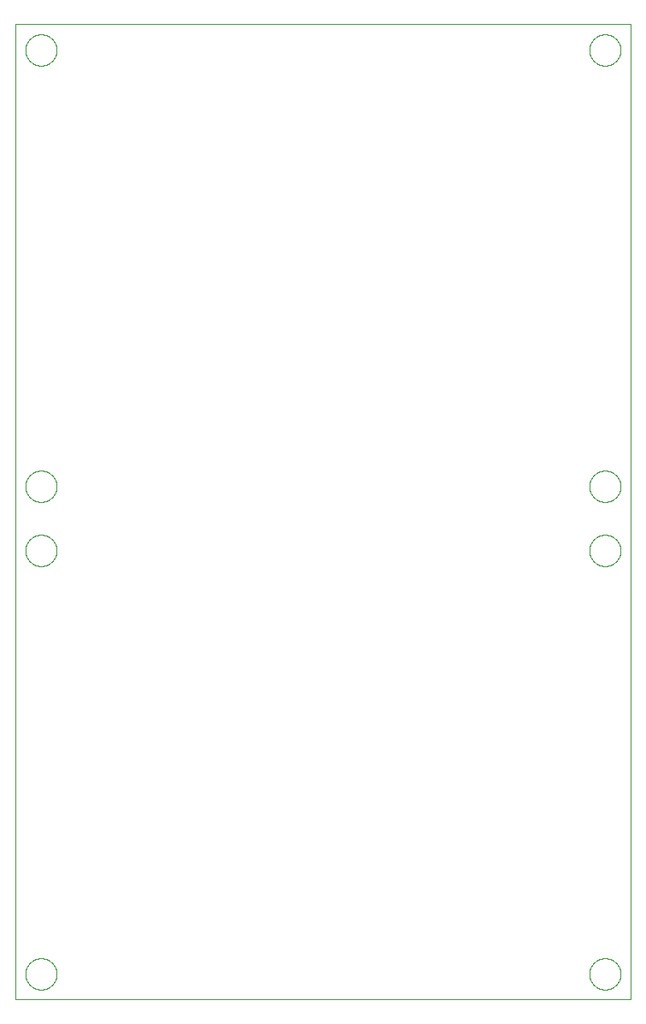
<source format=gbp>
G75*
%MOIN*%
%OFA0B0*%
%FSLAX25Y25*%
%IPPOS*%
%LPD*%
%AMOC8*
5,1,8,0,0,1.08239X$1,22.5*
%
%ADD10C,0.00000*%
D10*
X0001984Y0015833D02*
X0241984Y0015833D01*
X0241984Y0395833D01*
X0001984Y0395833D01*
X0001984Y0015833D01*
X0005882Y0025833D02*
X0005884Y0025989D01*
X0005890Y0026145D01*
X0005900Y0026300D01*
X0005914Y0026455D01*
X0005932Y0026610D01*
X0005954Y0026764D01*
X0005979Y0026918D01*
X0006009Y0027071D01*
X0006043Y0027223D01*
X0006080Y0027375D01*
X0006121Y0027525D01*
X0006166Y0027674D01*
X0006215Y0027822D01*
X0006268Y0027969D01*
X0006324Y0028114D01*
X0006384Y0028258D01*
X0006448Y0028400D01*
X0006516Y0028541D01*
X0006587Y0028679D01*
X0006661Y0028816D01*
X0006739Y0028951D01*
X0006820Y0029084D01*
X0006905Y0029215D01*
X0006993Y0029344D01*
X0007084Y0029470D01*
X0007179Y0029594D01*
X0007276Y0029715D01*
X0007377Y0029834D01*
X0007481Y0029951D01*
X0007587Y0030064D01*
X0007697Y0030175D01*
X0007809Y0030283D01*
X0007924Y0030388D01*
X0008042Y0030491D01*
X0008162Y0030590D01*
X0008285Y0030686D01*
X0008410Y0030779D01*
X0008537Y0030868D01*
X0008667Y0030955D01*
X0008799Y0031038D01*
X0008933Y0031117D01*
X0009069Y0031194D01*
X0009207Y0031266D01*
X0009346Y0031336D01*
X0009488Y0031401D01*
X0009631Y0031463D01*
X0009775Y0031521D01*
X0009921Y0031576D01*
X0010069Y0031627D01*
X0010217Y0031674D01*
X0010367Y0031717D01*
X0010518Y0031756D01*
X0010670Y0031792D01*
X0010822Y0031823D01*
X0010976Y0031851D01*
X0011130Y0031875D01*
X0011284Y0031895D01*
X0011439Y0031911D01*
X0011595Y0031923D01*
X0011750Y0031931D01*
X0011906Y0031935D01*
X0012062Y0031935D01*
X0012218Y0031931D01*
X0012373Y0031923D01*
X0012529Y0031911D01*
X0012684Y0031895D01*
X0012838Y0031875D01*
X0012992Y0031851D01*
X0013146Y0031823D01*
X0013298Y0031792D01*
X0013450Y0031756D01*
X0013601Y0031717D01*
X0013751Y0031674D01*
X0013899Y0031627D01*
X0014047Y0031576D01*
X0014193Y0031521D01*
X0014337Y0031463D01*
X0014480Y0031401D01*
X0014622Y0031336D01*
X0014761Y0031266D01*
X0014899Y0031194D01*
X0015035Y0031117D01*
X0015169Y0031038D01*
X0015301Y0030955D01*
X0015431Y0030868D01*
X0015558Y0030779D01*
X0015683Y0030686D01*
X0015806Y0030590D01*
X0015926Y0030491D01*
X0016044Y0030388D01*
X0016159Y0030283D01*
X0016271Y0030175D01*
X0016381Y0030064D01*
X0016487Y0029951D01*
X0016591Y0029834D01*
X0016692Y0029715D01*
X0016789Y0029594D01*
X0016884Y0029470D01*
X0016975Y0029344D01*
X0017063Y0029215D01*
X0017148Y0029084D01*
X0017229Y0028951D01*
X0017307Y0028816D01*
X0017381Y0028679D01*
X0017452Y0028541D01*
X0017520Y0028400D01*
X0017584Y0028258D01*
X0017644Y0028114D01*
X0017700Y0027969D01*
X0017753Y0027822D01*
X0017802Y0027674D01*
X0017847Y0027525D01*
X0017888Y0027375D01*
X0017925Y0027223D01*
X0017959Y0027071D01*
X0017989Y0026918D01*
X0018014Y0026764D01*
X0018036Y0026610D01*
X0018054Y0026455D01*
X0018068Y0026300D01*
X0018078Y0026145D01*
X0018084Y0025989D01*
X0018086Y0025833D01*
X0018084Y0025677D01*
X0018078Y0025521D01*
X0018068Y0025366D01*
X0018054Y0025211D01*
X0018036Y0025056D01*
X0018014Y0024902D01*
X0017989Y0024748D01*
X0017959Y0024595D01*
X0017925Y0024443D01*
X0017888Y0024291D01*
X0017847Y0024141D01*
X0017802Y0023992D01*
X0017753Y0023844D01*
X0017700Y0023697D01*
X0017644Y0023552D01*
X0017584Y0023408D01*
X0017520Y0023266D01*
X0017452Y0023125D01*
X0017381Y0022987D01*
X0017307Y0022850D01*
X0017229Y0022715D01*
X0017148Y0022582D01*
X0017063Y0022451D01*
X0016975Y0022322D01*
X0016884Y0022196D01*
X0016789Y0022072D01*
X0016692Y0021951D01*
X0016591Y0021832D01*
X0016487Y0021715D01*
X0016381Y0021602D01*
X0016271Y0021491D01*
X0016159Y0021383D01*
X0016044Y0021278D01*
X0015926Y0021175D01*
X0015806Y0021076D01*
X0015683Y0020980D01*
X0015558Y0020887D01*
X0015431Y0020798D01*
X0015301Y0020711D01*
X0015169Y0020628D01*
X0015035Y0020549D01*
X0014899Y0020472D01*
X0014761Y0020400D01*
X0014622Y0020330D01*
X0014480Y0020265D01*
X0014337Y0020203D01*
X0014193Y0020145D01*
X0014047Y0020090D01*
X0013899Y0020039D01*
X0013751Y0019992D01*
X0013601Y0019949D01*
X0013450Y0019910D01*
X0013298Y0019874D01*
X0013146Y0019843D01*
X0012992Y0019815D01*
X0012838Y0019791D01*
X0012684Y0019771D01*
X0012529Y0019755D01*
X0012373Y0019743D01*
X0012218Y0019735D01*
X0012062Y0019731D01*
X0011906Y0019731D01*
X0011750Y0019735D01*
X0011595Y0019743D01*
X0011439Y0019755D01*
X0011284Y0019771D01*
X0011130Y0019791D01*
X0010976Y0019815D01*
X0010822Y0019843D01*
X0010670Y0019874D01*
X0010518Y0019910D01*
X0010367Y0019949D01*
X0010217Y0019992D01*
X0010069Y0020039D01*
X0009921Y0020090D01*
X0009775Y0020145D01*
X0009631Y0020203D01*
X0009488Y0020265D01*
X0009346Y0020330D01*
X0009207Y0020400D01*
X0009069Y0020472D01*
X0008933Y0020549D01*
X0008799Y0020628D01*
X0008667Y0020711D01*
X0008537Y0020798D01*
X0008410Y0020887D01*
X0008285Y0020980D01*
X0008162Y0021076D01*
X0008042Y0021175D01*
X0007924Y0021278D01*
X0007809Y0021383D01*
X0007697Y0021491D01*
X0007587Y0021602D01*
X0007481Y0021715D01*
X0007377Y0021832D01*
X0007276Y0021951D01*
X0007179Y0022072D01*
X0007084Y0022196D01*
X0006993Y0022322D01*
X0006905Y0022451D01*
X0006820Y0022582D01*
X0006739Y0022715D01*
X0006661Y0022850D01*
X0006587Y0022987D01*
X0006516Y0023125D01*
X0006448Y0023266D01*
X0006384Y0023408D01*
X0006324Y0023552D01*
X0006268Y0023697D01*
X0006215Y0023844D01*
X0006166Y0023992D01*
X0006121Y0024141D01*
X0006080Y0024291D01*
X0006043Y0024443D01*
X0006009Y0024595D01*
X0005979Y0024748D01*
X0005954Y0024902D01*
X0005932Y0025056D01*
X0005914Y0025211D01*
X0005900Y0025366D01*
X0005890Y0025521D01*
X0005884Y0025677D01*
X0005882Y0025833D01*
X0005882Y0190833D02*
X0005884Y0190989D01*
X0005890Y0191145D01*
X0005900Y0191300D01*
X0005914Y0191455D01*
X0005932Y0191610D01*
X0005954Y0191764D01*
X0005979Y0191918D01*
X0006009Y0192071D01*
X0006043Y0192223D01*
X0006080Y0192375D01*
X0006121Y0192525D01*
X0006166Y0192674D01*
X0006215Y0192822D01*
X0006268Y0192969D01*
X0006324Y0193114D01*
X0006384Y0193258D01*
X0006448Y0193400D01*
X0006516Y0193541D01*
X0006587Y0193679D01*
X0006661Y0193816D01*
X0006739Y0193951D01*
X0006820Y0194084D01*
X0006905Y0194215D01*
X0006993Y0194344D01*
X0007084Y0194470D01*
X0007179Y0194594D01*
X0007276Y0194715D01*
X0007377Y0194834D01*
X0007481Y0194951D01*
X0007587Y0195064D01*
X0007697Y0195175D01*
X0007809Y0195283D01*
X0007924Y0195388D01*
X0008042Y0195491D01*
X0008162Y0195590D01*
X0008285Y0195686D01*
X0008410Y0195779D01*
X0008537Y0195868D01*
X0008667Y0195955D01*
X0008799Y0196038D01*
X0008933Y0196117D01*
X0009069Y0196194D01*
X0009207Y0196266D01*
X0009346Y0196336D01*
X0009488Y0196401D01*
X0009631Y0196463D01*
X0009775Y0196521D01*
X0009921Y0196576D01*
X0010069Y0196627D01*
X0010217Y0196674D01*
X0010367Y0196717D01*
X0010518Y0196756D01*
X0010670Y0196792D01*
X0010822Y0196823D01*
X0010976Y0196851D01*
X0011130Y0196875D01*
X0011284Y0196895D01*
X0011439Y0196911D01*
X0011595Y0196923D01*
X0011750Y0196931D01*
X0011906Y0196935D01*
X0012062Y0196935D01*
X0012218Y0196931D01*
X0012373Y0196923D01*
X0012529Y0196911D01*
X0012684Y0196895D01*
X0012838Y0196875D01*
X0012992Y0196851D01*
X0013146Y0196823D01*
X0013298Y0196792D01*
X0013450Y0196756D01*
X0013601Y0196717D01*
X0013751Y0196674D01*
X0013899Y0196627D01*
X0014047Y0196576D01*
X0014193Y0196521D01*
X0014337Y0196463D01*
X0014480Y0196401D01*
X0014622Y0196336D01*
X0014761Y0196266D01*
X0014899Y0196194D01*
X0015035Y0196117D01*
X0015169Y0196038D01*
X0015301Y0195955D01*
X0015431Y0195868D01*
X0015558Y0195779D01*
X0015683Y0195686D01*
X0015806Y0195590D01*
X0015926Y0195491D01*
X0016044Y0195388D01*
X0016159Y0195283D01*
X0016271Y0195175D01*
X0016381Y0195064D01*
X0016487Y0194951D01*
X0016591Y0194834D01*
X0016692Y0194715D01*
X0016789Y0194594D01*
X0016884Y0194470D01*
X0016975Y0194344D01*
X0017063Y0194215D01*
X0017148Y0194084D01*
X0017229Y0193951D01*
X0017307Y0193816D01*
X0017381Y0193679D01*
X0017452Y0193541D01*
X0017520Y0193400D01*
X0017584Y0193258D01*
X0017644Y0193114D01*
X0017700Y0192969D01*
X0017753Y0192822D01*
X0017802Y0192674D01*
X0017847Y0192525D01*
X0017888Y0192375D01*
X0017925Y0192223D01*
X0017959Y0192071D01*
X0017989Y0191918D01*
X0018014Y0191764D01*
X0018036Y0191610D01*
X0018054Y0191455D01*
X0018068Y0191300D01*
X0018078Y0191145D01*
X0018084Y0190989D01*
X0018086Y0190833D01*
X0018084Y0190677D01*
X0018078Y0190521D01*
X0018068Y0190366D01*
X0018054Y0190211D01*
X0018036Y0190056D01*
X0018014Y0189902D01*
X0017989Y0189748D01*
X0017959Y0189595D01*
X0017925Y0189443D01*
X0017888Y0189291D01*
X0017847Y0189141D01*
X0017802Y0188992D01*
X0017753Y0188844D01*
X0017700Y0188697D01*
X0017644Y0188552D01*
X0017584Y0188408D01*
X0017520Y0188266D01*
X0017452Y0188125D01*
X0017381Y0187987D01*
X0017307Y0187850D01*
X0017229Y0187715D01*
X0017148Y0187582D01*
X0017063Y0187451D01*
X0016975Y0187322D01*
X0016884Y0187196D01*
X0016789Y0187072D01*
X0016692Y0186951D01*
X0016591Y0186832D01*
X0016487Y0186715D01*
X0016381Y0186602D01*
X0016271Y0186491D01*
X0016159Y0186383D01*
X0016044Y0186278D01*
X0015926Y0186175D01*
X0015806Y0186076D01*
X0015683Y0185980D01*
X0015558Y0185887D01*
X0015431Y0185798D01*
X0015301Y0185711D01*
X0015169Y0185628D01*
X0015035Y0185549D01*
X0014899Y0185472D01*
X0014761Y0185400D01*
X0014622Y0185330D01*
X0014480Y0185265D01*
X0014337Y0185203D01*
X0014193Y0185145D01*
X0014047Y0185090D01*
X0013899Y0185039D01*
X0013751Y0184992D01*
X0013601Y0184949D01*
X0013450Y0184910D01*
X0013298Y0184874D01*
X0013146Y0184843D01*
X0012992Y0184815D01*
X0012838Y0184791D01*
X0012684Y0184771D01*
X0012529Y0184755D01*
X0012373Y0184743D01*
X0012218Y0184735D01*
X0012062Y0184731D01*
X0011906Y0184731D01*
X0011750Y0184735D01*
X0011595Y0184743D01*
X0011439Y0184755D01*
X0011284Y0184771D01*
X0011130Y0184791D01*
X0010976Y0184815D01*
X0010822Y0184843D01*
X0010670Y0184874D01*
X0010518Y0184910D01*
X0010367Y0184949D01*
X0010217Y0184992D01*
X0010069Y0185039D01*
X0009921Y0185090D01*
X0009775Y0185145D01*
X0009631Y0185203D01*
X0009488Y0185265D01*
X0009346Y0185330D01*
X0009207Y0185400D01*
X0009069Y0185472D01*
X0008933Y0185549D01*
X0008799Y0185628D01*
X0008667Y0185711D01*
X0008537Y0185798D01*
X0008410Y0185887D01*
X0008285Y0185980D01*
X0008162Y0186076D01*
X0008042Y0186175D01*
X0007924Y0186278D01*
X0007809Y0186383D01*
X0007697Y0186491D01*
X0007587Y0186602D01*
X0007481Y0186715D01*
X0007377Y0186832D01*
X0007276Y0186951D01*
X0007179Y0187072D01*
X0007084Y0187196D01*
X0006993Y0187322D01*
X0006905Y0187451D01*
X0006820Y0187582D01*
X0006739Y0187715D01*
X0006661Y0187850D01*
X0006587Y0187987D01*
X0006516Y0188125D01*
X0006448Y0188266D01*
X0006384Y0188408D01*
X0006324Y0188552D01*
X0006268Y0188697D01*
X0006215Y0188844D01*
X0006166Y0188992D01*
X0006121Y0189141D01*
X0006080Y0189291D01*
X0006043Y0189443D01*
X0006009Y0189595D01*
X0005979Y0189748D01*
X0005954Y0189902D01*
X0005932Y0190056D01*
X0005914Y0190211D01*
X0005900Y0190366D01*
X0005890Y0190521D01*
X0005884Y0190677D01*
X0005882Y0190833D01*
X0005882Y0215833D02*
X0005884Y0215989D01*
X0005890Y0216145D01*
X0005900Y0216300D01*
X0005914Y0216455D01*
X0005932Y0216610D01*
X0005954Y0216764D01*
X0005979Y0216918D01*
X0006009Y0217071D01*
X0006043Y0217223D01*
X0006080Y0217375D01*
X0006121Y0217525D01*
X0006166Y0217674D01*
X0006215Y0217822D01*
X0006268Y0217969D01*
X0006324Y0218114D01*
X0006384Y0218258D01*
X0006448Y0218400D01*
X0006516Y0218541D01*
X0006587Y0218679D01*
X0006661Y0218816D01*
X0006739Y0218951D01*
X0006820Y0219084D01*
X0006905Y0219215D01*
X0006993Y0219344D01*
X0007084Y0219470D01*
X0007179Y0219594D01*
X0007276Y0219715D01*
X0007377Y0219834D01*
X0007481Y0219951D01*
X0007587Y0220064D01*
X0007697Y0220175D01*
X0007809Y0220283D01*
X0007924Y0220388D01*
X0008042Y0220491D01*
X0008162Y0220590D01*
X0008285Y0220686D01*
X0008410Y0220779D01*
X0008537Y0220868D01*
X0008667Y0220955D01*
X0008799Y0221038D01*
X0008933Y0221117D01*
X0009069Y0221194D01*
X0009207Y0221266D01*
X0009346Y0221336D01*
X0009488Y0221401D01*
X0009631Y0221463D01*
X0009775Y0221521D01*
X0009921Y0221576D01*
X0010069Y0221627D01*
X0010217Y0221674D01*
X0010367Y0221717D01*
X0010518Y0221756D01*
X0010670Y0221792D01*
X0010822Y0221823D01*
X0010976Y0221851D01*
X0011130Y0221875D01*
X0011284Y0221895D01*
X0011439Y0221911D01*
X0011595Y0221923D01*
X0011750Y0221931D01*
X0011906Y0221935D01*
X0012062Y0221935D01*
X0012218Y0221931D01*
X0012373Y0221923D01*
X0012529Y0221911D01*
X0012684Y0221895D01*
X0012838Y0221875D01*
X0012992Y0221851D01*
X0013146Y0221823D01*
X0013298Y0221792D01*
X0013450Y0221756D01*
X0013601Y0221717D01*
X0013751Y0221674D01*
X0013899Y0221627D01*
X0014047Y0221576D01*
X0014193Y0221521D01*
X0014337Y0221463D01*
X0014480Y0221401D01*
X0014622Y0221336D01*
X0014761Y0221266D01*
X0014899Y0221194D01*
X0015035Y0221117D01*
X0015169Y0221038D01*
X0015301Y0220955D01*
X0015431Y0220868D01*
X0015558Y0220779D01*
X0015683Y0220686D01*
X0015806Y0220590D01*
X0015926Y0220491D01*
X0016044Y0220388D01*
X0016159Y0220283D01*
X0016271Y0220175D01*
X0016381Y0220064D01*
X0016487Y0219951D01*
X0016591Y0219834D01*
X0016692Y0219715D01*
X0016789Y0219594D01*
X0016884Y0219470D01*
X0016975Y0219344D01*
X0017063Y0219215D01*
X0017148Y0219084D01*
X0017229Y0218951D01*
X0017307Y0218816D01*
X0017381Y0218679D01*
X0017452Y0218541D01*
X0017520Y0218400D01*
X0017584Y0218258D01*
X0017644Y0218114D01*
X0017700Y0217969D01*
X0017753Y0217822D01*
X0017802Y0217674D01*
X0017847Y0217525D01*
X0017888Y0217375D01*
X0017925Y0217223D01*
X0017959Y0217071D01*
X0017989Y0216918D01*
X0018014Y0216764D01*
X0018036Y0216610D01*
X0018054Y0216455D01*
X0018068Y0216300D01*
X0018078Y0216145D01*
X0018084Y0215989D01*
X0018086Y0215833D01*
X0018084Y0215677D01*
X0018078Y0215521D01*
X0018068Y0215366D01*
X0018054Y0215211D01*
X0018036Y0215056D01*
X0018014Y0214902D01*
X0017989Y0214748D01*
X0017959Y0214595D01*
X0017925Y0214443D01*
X0017888Y0214291D01*
X0017847Y0214141D01*
X0017802Y0213992D01*
X0017753Y0213844D01*
X0017700Y0213697D01*
X0017644Y0213552D01*
X0017584Y0213408D01*
X0017520Y0213266D01*
X0017452Y0213125D01*
X0017381Y0212987D01*
X0017307Y0212850D01*
X0017229Y0212715D01*
X0017148Y0212582D01*
X0017063Y0212451D01*
X0016975Y0212322D01*
X0016884Y0212196D01*
X0016789Y0212072D01*
X0016692Y0211951D01*
X0016591Y0211832D01*
X0016487Y0211715D01*
X0016381Y0211602D01*
X0016271Y0211491D01*
X0016159Y0211383D01*
X0016044Y0211278D01*
X0015926Y0211175D01*
X0015806Y0211076D01*
X0015683Y0210980D01*
X0015558Y0210887D01*
X0015431Y0210798D01*
X0015301Y0210711D01*
X0015169Y0210628D01*
X0015035Y0210549D01*
X0014899Y0210472D01*
X0014761Y0210400D01*
X0014622Y0210330D01*
X0014480Y0210265D01*
X0014337Y0210203D01*
X0014193Y0210145D01*
X0014047Y0210090D01*
X0013899Y0210039D01*
X0013751Y0209992D01*
X0013601Y0209949D01*
X0013450Y0209910D01*
X0013298Y0209874D01*
X0013146Y0209843D01*
X0012992Y0209815D01*
X0012838Y0209791D01*
X0012684Y0209771D01*
X0012529Y0209755D01*
X0012373Y0209743D01*
X0012218Y0209735D01*
X0012062Y0209731D01*
X0011906Y0209731D01*
X0011750Y0209735D01*
X0011595Y0209743D01*
X0011439Y0209755D01*
X0011284Y0209771D01*
X0011130Y0209791D01*
X0010976Y0209815D01*
X0010822Y0209843D01*
X0010670Y0209874D01*
X0010518Y0209910D01*
X0010367Y0209949D01*
X0010217Y0209992D01*
X0010069Y0210039D01*
X0009921Y0210090D01*
X0009775Y0210145D01*
X0009631Y0210203D01*
X0009488Y0210265D01*
X0009346Y0210330D01*
X0009207Y0210400D01*
X0009069Y0210472D01*
X0008933Y0210549D01*
X0008799Y0210628D01*
X0008667Y0210711D01*
X0008537Y0210798D01*
X0008410Y0210887D01*
X0008285Y0210980D01*
X0008162Y0211076D01*
X0008042Y0211175D01*
X0007924Y0211278D01*
X0007809Y0211383D01*
X0007697Y0211491D01*
X0007587Y0211602D01*
X0007481Y0211715D01*
X0007377Y0211832D01*
X0007276Y0211951D01*
X0007179Y0212072D01*
X0007084Y0212196D01*
X0006993Y0212322D01*
X0006905Y0212451D01*
X0006820Y0212582D01*
X0006739Y0212715D01*
X0006661Y0212850D01*
X0006587Y0212987D01*
X0006516Y0213125D01*
X0006448Y0213266D01*
X0006384Y0213408D01*
X0006324Y0213552D01*
X0006268Y0213697D01*
X0006215Y0213844D01*
X0006166Y0213992D01*
X0006121Y0214141D01*
X0006080Y0214291D01*
X0006043Y0214443D01*
X0006009Y0214595D01*
X0005979Y0214748D01*
X0005954Y0214902D01*
X0005932Y0215056D01*
X0005914Y0215211D01*
X0005900Y0215366D01*
X0005890Y0215521D01*
X0005884Y0215677D01*
X0005882Y0215833D01*
X0005882Y0385833D02*
X0005884Y0385989D01*
X0005890Y0386145D01*
X0005900Y0386300D01*
X0005914Y0386455D01*
X0005932Y0386610D01*
X0005954Y0386764D01*
X0005979Y0386918D01*
X0006009Y0387071D01*
X0006043Y0387223D01*
X0006080Y0387375D01*
X0006121Y0387525D01*
X0006166Y0387674D01*
X0006215Y0387822D01*
X0006268Y0387969D01*
X0006324Y0388114D01*
X0006384Y0388258D01*
X0006448Y0388400D01*
X0006516Y0388541D01*
X0006587Y0388679D01*
X0006661Y0388816D01*
X0006739Y0388951D01*
X0006820Y0389084D01*
X0006905Y0389215D01*
X0006993Y0389344D01*
X0007084Y0389470D01*
X0007179Y0389594D01*
X0007276Y0389715D01*
X0007377Y0389834D01*
X0007481Y0389951D01*
X0007587Y0390064D01*
X0007697Y0390175D01*
X0007809Y0390283D01*
X0007924Y0390388D01*
X0008042Y0390491D01*
X0008162Y0390590D01*
X0008285Y0390686D01*
X0008410Y0390779D01*
X0008537Y0390868D01*
X0008667Y0390955D01*
X0008799Y0391038D01*
X0008933Y0391117D01*
X0009069Y0391194D01*
X0009207Y0391266D01*
X0009346Y0391336D01*
X0009488Y0391401D01*
X0009631Y0391463D01*
X0009775Y0391521D01*
X0009921Y0391576D01*
X0010069Y0391627D01*
X0010217Y0391674D01*
X0010367Y0391717D01*
X0010518Y0391756D01*
X0010670Y0391792D01*
X0010822Y0391823D01*
X0010976Y0391851D01*
X0011130Y0391875D01*
X0011284Y0391895D01*
X0011439Y0391911D01*
X0011595Y0391923D01*
X0011750Y0391931D01*
X0011906Y0391935D01*
X0012062Y0391935D01*
X0012218Y0391931D01*
X0012373Y0391923D01*
X0012529Y0391911D01*
X0012684Y0391895D01*
X0012838Y0391875D01*
X0012992Y0391851D01*
X0013146Y0391823D01*
X0013298Y0391792D01*
X0013450Y0391756D01*
X0013601Y0391717D01*
X0013751Y0391674D01*
X0013899Y0391627D01*
X0014047Y0391576D01*
X0014193Y0391521D01*
X0014337Y0391463D01*
X0014480Y0391401D01*
X0014622Y0391336D01*
X0014761Y0391266D01*
X0014899Y0391194D01*
X0015035Y0391117D01*
X0015169Y0391038D01*
X0015301Y0390955D01*
X0015431Y0390868D01*
X0015558Y0390779D01*
X0015683Y0390686D01*
X0015806Y0390590D01*
X0015926Y0390491D01*
X0016044Y0390388D01*
X0016159Y0390283D01*
X0016271Y0390175D01*
X0016381Y0390064D01*
X0016487Y0389951D01*
X0016591Y0389834D01*
X0016692Y0389715D01*
X0016789Y0389594D01*
X0016884Y0389470D01*
X0016975Y0389344D01*
X0017063Y0389215D01*
X0017148Y0389084D01*
X0017229Y0388951D01*
X0017307Y0388816D01*
X0017381Y0388679D01*
X0017452Y0388541D01*
X0017520Y0388400D01*
X0017584Y0388258D01*
X0017644Y0388114D01*
X0017700Y0387969D01*
X0017753Y0387822D01*
X0017802Y0387674D01*
X0017847Y0387525D01*
X0017888Y0387375D01*
X0017925Y0387223D01*
X0017959Y0387071D01*
X0017989Y0386918D01*
X0018014Y0386764D01*
X0018036Y0386610D01*
X0018054Y0386455D01*
X0018068Y0386300D01*
X0018078Y0386145D01*
X0018084Y0385989D01*
X0018086Y0385833D01*
X0018084Y0385677D01*
X0018078Y0385521D01*
X0018068Y0385366D01*
X0018054Y0385211D01*
X0018036Y0385056D01*
X0018014Y0384902D01*
X0017989Y0384748D01*
X0017959Y0384595D01*
X0017925Y0384443D01*
X0017888Y0384291D01*
X0017847Y0384141D01*
X0017802Y0383992D01*
X0017753Y0383844D01*
X0017700Y0383697D01*
X0017644Y0383552D01*
X0017584Y0383408D01*
X0017520Y0383266D01*
X0017452Y0383125D01*
X0017381Y0382987D01*
X0017307Y0382850D01*
X0017229Y0382715D01*
X0017148Y0382582D01*
X0017063Y0382451D01*
X0016975Y0382322D01*
X0016884Y0382196D01*
X0016789Y0382072D01*
X0016692Y0381951D01*
X0016591Y0381832D01*
X0016487Y0381715D01*
X0016381Y0381602D01*
X0016271Y0381491D01*
X0016159Y0381383D01*
X0016044Y0381278D01*
X0015926Y0381175D01*
X0015806Y0381076D01*
X0015683Y0380980D01*
X0015558Y0380887D01*
X0015431Y0380798D01*
X0015301Y0380711D01*
X0015169Y0380628D01*
X0015035Y0380549D01*
X0014899Y0380472D01*
X0014761Y0380400D01*
X0014622Y0380330D01*
X0014480Y0380265D01*
X0014337Y0380203D01*
X0014193Y0380145D01*
X0014047Y0380090D01*
X0013899Y0380039D01*
X0013751Y0379992D01*
X0013601Y0379949D01*
X0013450Y0379910D01*
X0013298Y0379874D01*
X0013146Y0379843D01*
X0012992Y0379815D01*
X0012838Y0379791D01*
X0012684Y0379771D01*
X0012529Y0379755D01*
X0012373Y0379743D01*
X0012218Y0379735D01*
X0012062Y0379731D01*
X0011906Y0379731D01*
X0011750Y0379735D01*
X0011595Y0379743D01*
X0011439Y0379755D01*
X0011284Y0379771D01*
X0011130Y0379791D01*
X0010976Y0379815D01*
X0010822Y0379843D01*
X0010670Y0379874D01*
X0010518Y0379910D01*
X0010367Y0379949D01*
X0010217Y0379992D01*
X0010069Y0380039D01*
X0009921Y0380090D01*
X0009775Y0380145D01*
X0009631Y0380203D01*
X0009488Y0380265D01*
X0009346Y0380330D01*
X0009207Y0380400D01*
X0009069Y0380472D01*
X0008933Y0380549D01*
X0008799Y0380628D01*
X0008667Y0380711D01*
X0008537Y0380798D01*
X0008410Y0380887D01*
X0008285Y0380980D01*
X0008162Y0381076D01*
X0008042Y0381175D01*
X0007924Y0381278D01*
X0007809Y0381383D01*
X0007697Y0381491D01*
X0007587Y0381602D01*
X0007481Y0381715D01*
X0007377Y0381832D01*
X0007276Y0381951D01*
X0007179Y0382072D01*
X0007084Y0382196D01*
X0006993Y0382322D01*
X0006905Y0382451D01*
X0006820Y0382582D01*
X0006739Y0382715D01*
X0006661Y0382850D01*
X0006587Y0382987D01*
X0006516Y0383125D01*
X0006448Y0383266D01*
X0006384Y0383408D01*
X0006324Y0383552D01*
X0006268Y0383697D01*
X0006215Y0383844D01*
X0006166Y0383992D01*
X0006121Y0384141D01*
X0006080Y0384291D01*
X0006043Y0384443D01*
X0006009Y0384595D01*
X0005979Y0384748D01*
X0005954Y0384902D01*
X0005932Y0385056D01*
X0005914Y0385211D01*
X0005900Y0385366D01*
X0005890Y0385521D01*
X0005884Y0385677D01*
X0005882Y0385833D01*
X0225882Y0385833D02*
X0225884Y0385989D01*
X0225890Y0386145D01*
X0225900Y0386300D01*
X0225914Y0386455D01*
X0225932Y0386610D01*
X0225954Y0386764D01*
X0225979Y0386918D01*
X0226009Y0387071D01*
X0226043Y0387223D01*
X0226080Y0387375D01*
X0226121Y0387525D01*
X0226166Y0387674D01*
X0226215Y0387822D01*
X0226268Y0387969D01*
X0226324Y0388114D01*
X0226384Y0388258D01*
X0226448Y0388400D01*
X0226516Y0388541D01*
X0226587Y0388679D01*
X0226661Y0388816D01*
X0226739Y0388951D01*
X0226820Y0389084D01*
X0226905Y0389215D01*
X0226993Y0389344D01*
X0227084Y0389470D01*
X0227179Y0389594D01*
X0227276Y0389715D01*
X0227377Y0389834D01*
X0227481Y0389951D01*
X0227587Y0390064D01*
X0227697Y0390175D01*
X0227809Y0390283D01*
X0227924Y0390388D01*
X0228042Y0390491D01*
X0228162Y0390590D01*
X0228285Y0390686D01*
X0228410Y0390779D01*
X0228537Y0390868D01*
X0228667Y0390955D01*
X0228799Y0391038D01*
X0228933Y0391117D01*
X0229069Y0391194D01*
X0229207Y0391266D01*
X0229346Y0391336D01*
X0229488Y0391401D01*
X0229631Y0391463D01*
X0229775Y0391521D01*
X0229921Y0391576D01*
X0230069Y0391627D01*
X0230217Y0391674D01*
X0230367Y0391717D01*
X0230518Y0391756D01*
X0230670Y0391792D01*
X0230822Y0391823D01*
X0230976Y0391851D01*
X0231130Y0391875D01*
X0231284Y0391895D01*
X0231439Y0391911D01*
X0231595Y0391923D01*
X0231750Y0391931D01*
X0231906Y0391935D01*
X0232062Y0391935D01*
X0232218Y0391931D01*
X0232373Y0391923D01*
X0232529Y0391911D01*
X0232684Y0391895D01*
X0232838Y0391875D01*
X0232992Y0391851D01*
X0233146Y0391823D01*
X0233298Y0391792D01*
X0233450Y0391756D01*
X0233601Y0391717D01*
X0233751Y0391674D01*
X0233899Y0391627D01*
X0234047Y0391576D01*
X0234193Y0391521D01*
X0234337Y0391463D01*
X0234480Y0391401D01*
X0234622Y0391336D01*
X0234761Y0391266D01*
X0234899Y0391194D01*
X0235035Y0391117D01*
X0235169Y0391038D01*
X0235301Y0390955D01*
X0235431Y0390868D01*
X0235558Y0390779D01*
X0235683Y0390686D01*
X0235806Y0390590D01*
X0235926Y0390491D01*
X0236044Y0390388D01*
X0236159Y0390283D01*
X0236271Y0390175D01*
X0236381Y0390064D01*
X0236487Y0389951D01*
X0236591Y0389834D01*
X0236692Y0389715D01*
X0236789Y0389594D01*
X0236884Y0389470D01*
X0236975Y0389344D01*
X0237063Y0389215D01*
X0237148Y0389084D01*
X0237229Y0388951D01*
X0237307Y0388816D01*
X0237381Y0388679D01*
X0237452Y0388541D01*
X0237520Y0388400D01*
X0237584Y0388258D01*
X0237644Y0388114D01*
X0237700Y0387969D01*
X0237753Y0387822D01*
X0237802Y0387674D01*
X0237847Y0387525D01*
X0237888Y0387375D01*
X0237925Y0387223D01*
X0237959Y0387071D01*
X0237989Y0386918D01*
X0238014Y0386764D01*
X0238036Y0386610D01*
X0238054Y0386455D01*
X0238068Y0386300D01*
X0238078Y0386145D01*
X0238084Y0385989D01*
X0238086Y0385833D01*
X0238084Y0385677D01*
X0238078Y0385521D01*
X0238068Y0385366D01*
X0238054Y0385211D01*
X0238036Y0385056D01*
X0238014Y0384902D01*
X0237989Y0384748D01*
X0237959Y0384595D01*
X0237925Y0384443D01*
X0237888Y0384291D01*
X0237847Y0384141D01*
X0237802Y0383992D01*
X0237753Y0383844D01*
X0237700Y0383697D01*
X0237644Y0383552D01*
X0237584Y0383408D01*
X0237520Y0383266D01*
X0237452Y0383125D01*
X0237381Y0382987D01*
X0237307Y0382850D01*
X0237229Y0382715D01*
X0237148Y0382582D01*
X0237063Y0382451D01*
X0236975Y0382322D01*
X0236884Y0382196D01*
X0236789Y0382072D01*
X0236692Y0381951D01*
X0236591Y0381832D01*
X0236487Y0381715D01*
X0236381Y0381602D01*
X0236271Y0381491D01*
X0236159Y0381383D01*
X0236044Y0381278D01*
X0235926Y0381175D01*
X0235806Y0381076D01*
X0235683Y0380980D01*
X0235558Y0380887D01*
X0235431Y0380798D01*
X0235301Y0380711D01*
X0235169Y0380628D01*
X0235035Y0380549D01*
X0234899Y0380472D01*
X0234761Y0380400D01*
X0234622Y0380330D01*
X0234480Y0380265D01*
X0234337Y0380203D01*
X0234193Y0380145D01*
X0234047Y0380090D01*
X0233899Y0380039D01*
X0233751Y0379992D01*
X0233601Y0379949D01*
X0233450Y0379910D01*
X0233298Y0379874D01*
X0233146Y0379843D01*
X0232992Y0379815D01*
X0232838Y0379791D01*
X0232684Y0379771D01*
X0232529Y0379755D01*
X0232373Y0379743D01*
X0232218Y0379735D01*
X0232062Y0379731D01*
X0231906Y0379731D01*
X0231750Y0379735D01*
X0231595Y0379743D01*
X0231439Y0379755D01*
X0231284Y0379771D01*
X0231130Y0379791D01*
X0230976Y0379815D01*
X0230822Y0379843D01*
X0230670Y0379874D01*
X0230518Y0379910D01*
X0230367Y0379949D01*
X0230217Y0379992D01*
X0230069Y0380039D01*
X0229921Y0380090D01*
X0229775Y0380145D01*
X0229631Y0380203D01*
X0229488Y0380265D01*
X0229346Y0380330D01*
X0229207Y0380400D01*
X0229069Y0380472D01*
X0228933Y0380549D01*
X0228799Y0380628D01*
X0228667Y0380711D01*
X0228537Y0380798D01*
X0228410Y0380887D01*
X0228285Y0380980D01*
X0228162Y0381076D01*
X0228042Y0381175D01*
X0227924Y0381278D01*
X0227809Y0381383D01*
X0227697Y0381491D01*
X0227587Y0381602D01*
X0227481Y0381715D01*
X0227377Y0381832D01*
X0227276Y0381951D01*
X0227179Y0382072D01*
X0227084Y0382196D01*
X0226993Y0382322D01*
X0226905Y0382451D01*
X0226820Y0382582D01*
X0226739Y0382715D01*
X0226661Y0382850D01*
X0226587Y0382987D01*
X0226516Y0383125D01*
X0226448Y0383266D01*
X0226384Y0383408D01*
X0226324Y0383552D01*
X0226268Y0383697D01*
X0226215Y0383844D01*
X0226166Y0383992D01*
X0226121Y0384141D01*
X0226080Y0384291D01*
X0226043Y0384443D01*
X0226009Y0384595D01*
X0225979Y0384748D01*
X0225954Y0384902D01*
X0225932Y0385056D01*
X0225914Y0385211D01*
X0225900Y0385366D01*
X0225890Y0385521D01*
X0225884Y0385677D01*
X0225882Y0385833D01*
X0225882Y0215833D02*
X0225884Y0215989D01*
X0225890Y0216145D01*
X0225900Y0216300D01*
X0225914Y0216455D01*
X0225932Y0216610D01*
X0225954Y0216764D01*
X0225979Y0216918D01*
X0226009Y0217071D01*
X0226043Y0217223D01*
X0226080Y0217375D01*
X0226121Y0217525D01*
X0226166Y0217674D01*
X0226215Y0217822D01*
X0226268Y0217969D01*
X0226324Y0218114D01*
X0226384Y0218258D01*
X0226448Y0218400D01*
X0226516Y0218541D01*
X0226587Y0218679D01*
X0226661Y0218816D01*
X0226739Y0218951D01*
X0226820Y0219084D01*
X0226905Y0219215D01*
X0226993Y0219344D01*
X0227084Y0219470D01*
X0227179Y0219594D01*
X0227276Y0219715D01*
X0227377Y0219834D01*
X0227481Y0219951D01*
X0227587Y0220064D01*
X0227697Y0220175D01*
X0227809Y0220283D01*
X0227924Y0220388D01*
X0228042Y0220491D01*
X0228162Y0220590D01*
X0228285Y0220686D01*
X0228410Y0220779D01*
X0228537Y0220868D01*
X0228667Y0220955D01*
X0228799Y0221038D01*
X0228933Y0221117D01*
X0229069Y0221194D01*
X0229207Y0221266D01*
X0229346Y0221336D01*
X0229488Y0221401D01*
X0229631Y0221463D01*
X0229775Y0221521D01*
X0229921Y0221576D01*
X0230069Y0221627D01*
X0230217Y0221674D01*
X0230367Y0221717D01*
X0230518Y0221756D01*
X0230670Y0221792D01*
X0230822Y0221823D01*
X0230976Y0221851D01*
X0231130Y0221875D01*
X0231284Y0221895D01*
X0231439Y0221911D01*
X0231595Y0221923D01*
X0231750Y0221931D01*
X0231906Y0221935D01*
X0232062Y0221935D01*
X0232218Y0221931D01*
X0232373Y0221923D01*
X0232529Y0221911D01*
X0232684Y0221895D01*
X0232838Y0221875D01*
X0232992Y0221851D01*
X0233146Y0221823D01*
X0233298Y0221792D01*
X0233450Y0221756D01*
X0233601Y0221717D01*
X0233751Y0221674D01*
X0233899Y0221627D01*
X0234047Y0221576D01*
X0234193Y0221521D01*
X0234337Y0221463D01*
X0234480Y0221401D01*
X0234622Y0221336D01*
X0234761Y0221266D01*
X0234899Y0221194D01*
X0235035Y0221117D01*
X0235169Y0221038D01*
X0235301Y0220955D01*
X0235431Y0220868D01*
X0235558Y0220779D01*
X0235683Y0220686D01*
X0235806Y0220590D01*
X0235926Y0220491D01*
X0236044Y0220388D01*
X0236159Y0220283D01*
X0236271Y0220175D01*
X0236381Y0220064D01*
X0236487Y0219951D01*
X0236591Y0219834D01*
X0236692Y0219715D01*
X0236789Y0219594D01*
X0236884Y0219470D01*
X0236975Y0219344D01*
X0237063Y0219215D01*
X0237148Y0219084D01*
X0237229Y0218951D01*
X0237307Y0218816D01*
X0237381Y0218679D01*
X0237452Y0218541D01*
X0237520Y0218400D01*
X0237584Y0218258D01*
X0237644Y0218114D01*
X0237700Y0217969D01*
X0237753Y0217822D01*
X0237802Y0217674D01*
X0237847Y0217525D01*
X0237888Y0217375D01*
X0237925Y0217223D01*
X0237959Y0217071D01*
X0237989Y0216918D01*
X0238014Y0216764D01*
X0238036Y0216610D01*
X0238054Y0216455D01*
X0238068Y0216300D01*
X0238078Y0216145D01*
X0238084Y0215989D01*
X0238086Y0215833D01*
X0238084Y0215677D01*
X0238078Y0215521D01*
X0238068Y0215366D01*
X0238054Y0215211D01*
X0238036Y0215056D01*
X0238014Y0214902D01*
X0237989Y0214748D01*
X0237959Y0214595D01*
X0237925Y0214443D01*
X0237888Y0214291D01*
X0237847Y0214141D01*
X0237802Y0213992D01*
X0237753Y0213844D01*
X0237700Y0213697D01*
X0237644Y0213552D01*
X0237584Y0213408D01*
X0237520Y0213266D01*
X0237452Y0213125D01*
X0237381Y0212987D01*
X0237307Y0212850D01*
X0237229Y0212715D01*
X0237148Y0212582D01*
X0237063Y0212451D01*
X0236975Y0212322D01*
X0236884Y0212196D01*
X0236789Y0212072D01*
X0236692Y0211951D01*
X0236591Y0211832D01*
X0236487Y0211715D01*
X0236381Y0211602D01*
X0236271Y0211491D01*
X0236159Y0211383D01*
X0236044Y0211278D01*
X0235926Y0211175D01*
X0235806Y0211076D01*
X0235683Y0210980D01*
X0235558Y0210887D01*
X0235431Y0210798D01*
X0235301Y0210711D01*
X0235169Y0210628D01*
X0235035Y0210549D01*
X0234899Y0210472D01*
X0234761Y0210400D01*
X0234622Y0210330D01*
X0234480Y0210265D01*
X0234337Y0210203D01*
X0234193Y0210145D01*
X0234047Y0210090D01*
X0233899Y0210039D01*
X0233751Y0209992D01*
X0233601Y0209949D01*
X0233450Y0209910D01*
X0233298Y0209874D01*
X0233146Y0209843D01*
X0232992Y0209815D01*
X0232838Y0209791D01*
X0232684Y0209771D01*
X0232529Y0209755D01*
X0232373Y0209743D01*
X0232218Y0209735D01*
X0232062Y0209731D01*
X0231906Y0209731D01*
X0231750Y0209735D01*
X0231595Y0209743D01*
X0231439Y0209755D01*
X0231284Y0209771D01*
X0231130Y0209791D01*
X0230976Y0209815D01*
X0230822Y0209843D01*
X0230670Y0209874D01*
X0230518Y0209910D01*
X0230367Y0209949D01*
X0230217Y0209992D01*
X0230069Y0210039D01*
X0229921Y0210090D01*
X0229775Y0210145D01*
X0229631Y0210203D01*
X0229488Y0210265D01*
X0229346Y0210330D01*
X0229207Y0210400D01*
X0229069Y0210472D01*
X0228933Y0210549D01*
X0228799Y0210628D01*
X0228667Y0210711D01*
X0228537Y0210798D01*
X0228410Y0210887D01*
X0228285Y0210980D01*
X0228162Y0211076D01*
X0228042Y0211175D01*
X0227924Y0211278D01*
X0227809Y0211383D01*
X0227697Y0211491D01*
X0227587Y0211602D01*
X0227481Y0211715D01*
X0227377Y0211832D01*
X0227276Y0211951D01*
X0227179Y0212072D01*
X0227084Y0212196D01*
X0226993Y0212322D01*
X0226905Y0212451D01*
X0226820Y0212582D01*
X0226739Y0212715D01*
X0226661Y0212850D01*
X0226587Y0212987D01*
X0226516Y0213125D01*
X0226448Y0213266D01*
X0226384Y0213408D01*
X0226324Y0213552D01*
X0226268Y0213697D01*
X0226215Y0213844D01*
X0226166Y0213992D01*
X0226121Y0214141D01*
X0226080Y0214291D01*
X0226043Y0214443D01*
X0226009Y0214595D01*
X0225979Y0214748D01*
X0225954Y0214902D01*
X0225932Y0215056D01*
X0225914Y0215211D01*
X0225900Y0215366D01*
X0225890Y0215521D01*
X0225884Y0215677D01*
X0225882Y0215833D01*
X0225882Y0190833D02*
X0225884Y0190989D01*
X0225890Y0191145D01*
X0225900Y0191300D01*
X0225914Y0191455D01*
X0225932Y0191610D01*
X0225954Y0191764D01*
X0225979Y0191918D01*
X0226009Y0192071D01*
X0226043Y0192223D01*
X0226080Y0192375D01*
X0226121Y0192525D01*
X0226166Y0192674D01*
X0226215Y0192822D01*
X0226268Y0192969D01*
X0226324Y0193114D01*
X0226384Y0193258D01*
X0226448Y0193400D01*
X0226516Y0193541D01*
X0226587Y0193679D01*
X0226661Y0193816D01*
X0226739Y0193951D01*
X0226820Y0194084D01*
X0226905Y0194215D01*
X0226993Y0194344D01*
X0227084Y0194470D01*
X0227179Y0194594D01*
X0227276Y0194715D01*
X0227377Y0194834D01*
X0227481Y0194951D01*
X0227587Y0195064D01*
X0227697Y0195175D01*
X0227809Y0195283D01*
X0227924Y0195388D01*
X0228042Y0195491D01*
X0228162Y0195590D01*
X0228285Y0195686D01*
X0228410Y0195779D01*
X0228537Y0195868D01*
X0228667Y0195955D01*
X0228799Y0196038D01*
X0228933Y0196117D01*
X0229069Y0196194D01*
X0229207Y0196266D01*
X0229346Y0196336D01*
X0229488Y0196401D01*
X0229631Y0196463D01*
X0229775Y0196521D01*
X0229921Y0196576D01*
X0230069Y0196627D01*
X0230217Y0196674D01*
X0230367Y0196717D01*
X0230518Y0196756D01*
X0230670Y0196792D01*
X0230822Y0196823D01*
X0230976Y0196851D01*
X0231130Y0196875D01*
X0231284Y0196895D01*
X0231439Y0196911D01*
X0231595Y0196923D01*
X0231750Y0196931D01*
X0231906Y0196935D01*
X0232062Y0196935D01*
X0232218Y0196931D01*
X0232373Y0196923D01*
X0232529Y0196911D01*
X0232684Y0196895D01*
X0232838Y0196875D01*
X0232992Y0196851D01*
X0233146Y0196823D01*
X0233298Y0196792D01*
X0233450Y0196756D01*
X0233601Y0196717D01*
X0233751Y0196674D01*
X0233899Y0196627D01*
X0234047Y0196576D01*
X0234193Y0196521D01*
X0234337Y0196463D01*
X0234480Y0196401D01*
X0234622Y0196336D01*
X0234761Y0196266D01*
X0234899Y0196194D01*
X0235035Y0196117D01*
X0235169Y0196038D01*
X0235301Y0195955D01*
X0235431Y0195868D01*
X0235558Y0195779D01*
X0235683Y0195686D01*
X0235806Y0195590D01*
X0235926Y0195491D01*
X0236044Y0195388D01*
X0236159Y0195283D01*
X0236271Y0195175D01*
X0236381Y0195064D01*
X0236487Y0194951D01*
X0236591Y0194834D01*
X0236692Y0194715D01*
X0236789Y0194594D01*
X0236884Y0194470D01*
X0236975Y0194344D01*
X0237063Y0194215D01*
X0237148Y0194084D01*
X0237229Y0193951D01*
X0237307Y0193816D01*
X0237381Y0193679D01*
X0237452Y0193541D01*
X0237520Y0193400D01*
X0237584Y0193258D01*
X0237644Y0193114D01*
X0237700Y0192969D01*
X0237753Y0192822D01*
X0237802Y0192674D01*
X0237847Y0192525D01*
X0237888Y0192375D01*
X0237925Y0192223D01*
X0237959Y0192071D01*
X0237989Y0191918D01*
X0238014Y0191764D01*
X0238036Y0191610D01*
X0238054Y0191455D01*
X0238068Y0191300D01*
X0238078Y0191145D01*
X0238084Y0190989D01*
X0238086Y0190833D01*
X0238084Y0190677D01*
X0238078Y0190521D01*
X0238068Y0190366D01*
X0238054Y0190211D01*
X0238036Y0190056D01*
X0238014Y0189902D01*
X0237989Y0189748D01*
X0237959Y0189595D01*
X0237925Y0189443D01*
X0237888Y0189291D01*
X0237847Y0189141D01*
X0237802Y0188992D01*
X0237753Y0188844D01*
X0237700Y0188697D01*
X0237644Y0188552D01*
X0237584Y0188408D01*
X0237520Y0188266D01*
X0237452Y0188125D01*
X0237381Y0187987D01*
X0237307Y0187850D01*
X0237229Y0187715D01*
X0237148Y0187582D01*
X0237063Y0187451D01*
X0236975Y0187322D01*
X0236884Y0187196D01*
X0236789Y0187072D01*
X0236692Y0186951D01*
X0236591Y0186832D01*
X0236487Y0186715D01*
X0236381Y0186602D01*
X0236271Y0186491D01*
X0236159Y0186383D01*
X0236044Y0186278D01*
X0235926Y0186175D01*
X0235806Y0186076D01*
X0235683Y0185980D01*
X0235558Y0185887D01*
X0235431Y0185798D01*
X0235301Y0185711D01*
X0235169Y0185628D01*
X0235035Y0185549D01*
X0234899Y0185472D01*
X0234761Y0185400D01*
X0234622Y0185330D01*
X0234480Y0185265D01*
X0234337Y0185203D01*
X0234193Y0185145D01*
X0234047Y0185090D01*
X0233899Y0185039D01*
X0233751Y0184992D01*
X0233601Y0184949D01*
X0233450Y0184910D01*
X0233298Y0184874D01*
X0233146Y0184843D01*
X0232992Y0184815D01*
X0232838Y0184791D01*
X0232684Y0184771D01*
X0232529Y0184755D01*
X0232373Y0184743D01*
X0232218Y0184735D01*
X0232062Y0184731D01*
X0231906Y0184731D01*
X0231750Y0184735D01*
X0231595Y0184743D01*
X0231439Y0184755D01*
X0231284Y0184771D01*
X0231130Y0184791D01*
X0230976Y0184815D01*
X0230822Y0184843D01*
X0230670Y0184874D01*
X0230518Y0184910D01*
X0230367Y0184949D01*
X0230217Y0184992D01*
X0230069Y0185039D01*
X0229921Y0185090D01*
X0229775Y0185145D01*
X0229631Y0185203D01*
X0229488Y0185265D01*
X0229346Y0185330D01*
X0229207Y0185400D01*
X0229069Y0185472D01*
X0228933Y0185549D01*
X0228799Y0185628D01*
X0228667Y0185711D01*
X0228537Y0185798D01*
X0228410Y0185887D01*
X0228285Y0185980D01*
X0228162Y0186076D01*
X0228042Y0186175D01*
X0227924Y0186278D01*
X0227809Y0186383D01*
X0227697Y0186491D01*
X0227587Y0186602D01*
X0227481Y0186715D01*
X0227377Y0186832D01*
X0227276Y0186951D01*
X0227179Y0187072D01*
X0227084Y0187196D01*
X0226993Y0187322D01*
X0226905Y0187451D01*
X0226820Y0187582D01*
X0226739Y0187715D01*
X0226661Y0187850D01*
X0226587Y0187987D01*
X0226516Y0188125D01*
X0226448Y0188266D01*
X0226384Y0188408D01*
X0226324Y0188552D01*
X0226268Y0188697D01*
X0226215Y0188844D01*
X0226166Y0188992D01*
X0226121Y0189141D01*
X0226080Y0189291D01*
X0226043Y0189443D01*
X0226009Y0189595D01*
X0225979Y0189748D01*
X0225954Y0189902D01*
X0225932Y0190056D01*
X0225914Y0190211D01*
X0225900Y0190366D01*
X0225890Y0190521D01*
X0225884Y0190677D01*
X0225882Y0190833D01*
X0225882Y0025833D02*
X0225884Y0025989D01*
X0225890Y0026145D01*
X0225900Y0026300D01*
X0225914Y0026455D01*
X0225932Y0026610D01*
X0225954Y0026764D01*
X0225979Y0026918D01*
X0226009Y0027071D01*
X0226043Y0027223D01*
X0226080Y0027375D01*
X0226121Y0027525D01*
X0226166Y0027674D01*
X0226215Y0027822D01*
X0226268Y0027969D01*
X0226324Y0028114D01*
X0226384Y0028258D01*
X0226448Y0028400D01*
X0226516Y0028541D01*
X0226587Y0028679D01*
X0226661Y0028816D01*
X0226739Y0028951D01*
X0226820Y0029084D01*
X0226905Y0029215D01*
X0226993Y0029344D01*
X0227084Y0029470D01*
X0227179Y0029594D01*
X0227276Y0029715D01*
X0227377Y0029834D01*
X0227481Y0029951D01*
X0227587Y0030064D01*
X0227697Y0030175D01*
X0227809Y0030283D01*
X0227924Y0030388D01*
X0228042Y0030491D01*
X0228162Y0030590D01*
X0228285Y0030686D01*
X0228410Y0030779D01*
X0228537Y0030868D01*
X0228667Y0030955D01*
X0228799Y0031038D01*
X0228933Y0031117D01*
X0229069Y0031194D01*
X0229207Y0031266D01*
X0229346Y0031336D01*
X0229488Y0031401D01*
X0229631Y0031463D01*
X0229775Y0031521D01*
X0229921Y0031576D01*
X0230069Y0031627D01*
X0230217Y0031674D01*
X0230367Y0031717D01*
X0230518Y0031756D01*
X0230670Y0031792D01*
X0230822Y0031823D01*
X0230976Y0031851D01*
X0231130Y0031875D01*
X0231284Y0031895D01*
X0231439Y0031911D01*
X0231595Y0031923D01*
X0231750Y0031931D01*
X0231906Y0031935D01*
X0232062Y0031935D01*
X0232218Y0031931D01*
X0232373Y0031923D01*
X0232529Y0031911D01*
X0232684Y0031895D01*
X0232838Y0031875D01*
X0232992Y0031851D01*
X0233146Y0031823D01*
X0233298Y0031792D01*
X0233450Y0031756D01*
X0233601Y0031717D01*
X0233751Y0031674D01*
X0233899Y0031627D01*
X0234047Y0031576D01*
X0234193Y0031521D01*
X0234337Y0031463D01*
X0234480Y0031401D01*
X0234622Y0031336D01*
X0234761Y0031266D01*
X0234899Y0031194D01*
X0235035Y0031117D01*
X0235169Y0031038D01*
X0235301Y0030955D01*
X0235431Y0030868D01*
X0235558Y0030779D01*
X0235683Y0030686D01*
X0235806Y0030590D01*
X0235926Y0030491D01*
X0236044Y0030388D01*
X0236159Y0030283D01*
X0236271Y0030175D01*
X0236381Y0030064D01*
X0236487Y0029951D01*
X0236591Y0029834D01*
X0236692Y0029715D01*
X0236789Y0029594D01*
X0236884Y0029470D01*
X0236975Y0029344D01*
X0237063Y0029215D01*
X0237148Y0029084D01*
X0237229Y0028951D01*
X0237307Y0028816D01*
X0237381Y0028679D01*
X0237452Y0028541D01*
X0237520Y0028400D01*
X0237584Y0028258D01*
X0237644Y0028114D01*
X0237700Y0027969D01*
X0237753Y0027822D01*
X0237802Y0027674D01*
X0237847Y0027525D01*
X0237888Y0027375D01*
X0237925Y0027223D01*
X0237959Y0027071D01*
X0237989Y0026918D01*
X0238014Y0026764D01*
X0238036Y0026610D01*
X0238054Y0026455D01*
X0238068Y0026300D01*
X0238078Y0026145D01*
X0238084Y0025989D01*
X0238086Y0025833D01*
X0238084Y0025677D01*
X0238078Y0025521D01*
X0238068Y0025366D01*
X0238054Y0025211D01*
X0238036Y0025056D01*
X0238014Y0024902D01*
X0237989Y0024748D01*
X0237959Y0024595D01*
X0237925Y0024443D01*
X0237888Y0024291D01*
X0237847Y0024141D01*
X0237802Y0023992D01*
X0237753Y0023844D01*
X0237700Y0023697D01*
X0237644Y0023552D01*
X0237584Y0023408D01*
X0237520Y0023266D01*
X0237452Y0023125D01*
X0237381Y0022987D01*
X0237307Y0022850D01*
X0237229Y0022715D01*
X0237148Y0022582D01*
X0237063Y0022451D01*
X0236975Y0022322D01*
X0236884Y0022196D01*
X0236789Y0022072D01*
X0236692Y0021951D01*
X0236591Y0021832D01*
X0236487Y0021715D01*
X0236381Y0021602D01*
X0236271Y0021491D01*
X0236159Y0021383D01*
X0236044Y0021278D01*
X0235926Y0021175D01*
X0235806Y0021076D01*
X0235683Y0020980D01*
X0235558Y0020887D01*
X0235431Y0020798D01*
X0235301Y0020711D01*
X0235169Y0020628D01*
X0235035Y0020549D01*
X0234899Y0020472D01*
X0234761Y0020400D01*
X0234622Y0020330D01*
X0234480Y0020265D01*
X0234337Y0020203D01*
X0234193Y0020145D01*
X0234047Y0020090D01*
X0233899Y0020039D01*
X0233751Y0019992D01*
X0233601Y0019949D01*
X0233450Y0019910D01*
X0233298Y0019874D01*
X0233146Y0019843D01*
X0232992Y0019815D01*
X0232838Y0019791D01*
X0232684Y0019771D01*
X0232529Y0019755D01*
X0232373Y0019743D01*
X0232218Y0019735D01*
X0232062Y0019731D01*
X0231906Y0019731D01*
X0231750Y0019735D01*
X0231595Y0019743D01*
X0231439Y0019755D01*
X0231284Y0019771D01*
X0231130Y0019791D01*
X0230976Y0019815D01*
X0230822Y0019843D01*
X0230670Y0019874D01*
X0230518Y0019910D01*
X0230367Y0019949D01*
X0230217Y0019992D01*
X0230069Y0020039D01*
X0229921Y0020090D01*
X0229775Y0020145D01*
X0229631Y0020203D01*
X0229488Y0020265D01*
X0229346Y0020330D01*
X0229207Y0020400D01*
X0229069Y0020472D01*
X0228933Y0020549D01*
X0228799Y0020628D01*
X0228667Y0020711D01*
X0228537Y0020798D01*
X0228410Y0020887D01*
X0228285Y0020980D01*
X0228162Y0021076D01*
X0228042Y0021175D01*
X0227924Y0021278D01*
X0227809Y0021383D01*
X0227697Y0021491D01*
X0227587Y0021602D01*
X0227481Y0021715D01*
X0227377Y0021832D01*
X0227276Y0021951D01*
X0227179Y0022072D01*
X0227084Y0022196D01*
X0226993Y0022322D01*
X0226905Y0022451D01*
X0226820Y0022582D01*
X0226739Y0022715D01*
X0226661Y0022850D01*
X0226587Y0022987D01*
X0226516Y0023125D01*
X0226448Y0023266D01*
X0226384Y0023408D01*
X0226324Y0023552D01*
X0226268Y0023697D01*
X0226215Y0023844D01*
X0226166Y0023992D01*
X0226121Y0024141D01*
X0226080Y0024291D01*
X0226043Y0024443D01*
X0226009Y0024595D01*
X0225979Y0024748D01*
X0225954Y0024902D01*
X0225932Y0025056D01*
X0225914Y0025211D01*
X0225900Y0025366D01*
X0225890Y0025521D01*
X0225884Y0025677D01*
X0225882Y0025833D01*
M02*

</source>
